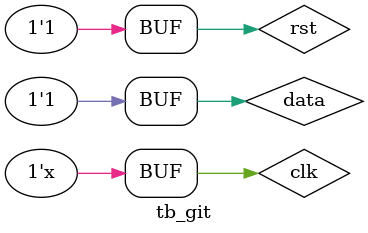
<source format=v>
`timescale 1ns/1ps
module	tb_git;

reg clk,rst,data;
wire	data_o;

initial	begin
	clk=0;
	rst=0;
	data=0;
	#100
	rst=1;
	data=1;
end


test_git	u1(
				.clk			(clk),
				.rst			(rst),
				.data			(data),
				.data_o   (data_o)
);

always	#10 clk=~clk;

endmodule
</source>
